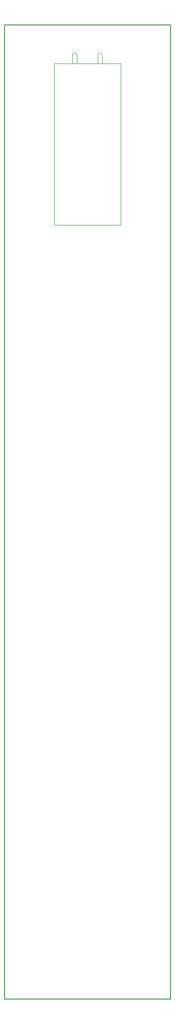
<source format=gbr>
%TF.GenerationSoftware,KiCad,Pcbnew,6.0.5-a6ca702e91~116~ubuntu20.04.1*%
%TF.CreationDate,2022-06-28T21:19:43+02:00*%
%TF.ProjectId,MCH-light,4d43482d-6c69-4676-9874-2e6b69636164,rev?*%
%TF.SameCoordinates,Original*%
%TF.FileFunction,Profile,NP*%
%FSLAX46Y46*%
G04 Gerber Fmt 4.6, Leading zero omitted, Abs format (unit mm)*
G04 Created by KiCad (PCBNEW 6.0.5-a6ca702e91~116~ubuntu20.04.1) date 2022-06-28 21:19:43*
%MOMM*%
%LPD*%
G01*
G04 APERTURE LIST*
%TA.AperFunction,Profile*%
%ADD10C,0.200000*%
%TD*%
%TA.AperFunction,Profile*%
%ADD11C,0.100000*%
%TD*%
G04 APERTURE END LIST*
D10*
X114336000Y-17395017D02*
X145336000Y-17395017D01*
X145336000Y-17395017D02*
X145336000Y-199295017D01*
X145336000Y-199295017D02*
X114336000Y-199295017D01*
X114336000Y-199295017D02*
X114336000Y-17395017D01*
D11*
X123600000Y-24600000D02*
X136100000Y-24600000D01*
X136100000Y-24600000D02*
X136100000Y-54800000D01*
X136100000Y-54800000D02*
X123600000Y-54800000D01*
X123600000Y-54800000D02*
X123600000Y-24600000D01*
%TO.C,J5*%
X126994000Y-24631017D02*
X126044000Y-24631017D01*
X131744000Y-23056017D02*
X131744000Y-24631017D01*
X131744000Y-24631017D02*
X127844000Y-24631017D01*
X133544000Y-24631017D02*
X132594000Y-24631017D01*
X127844000Y-23056017D02*
X127844000Y-24631017D01*
X132594000Y-23056017D02*
X132594000Y-24631017D01*
X126994000Y-23056017D02*
X126994000Y-24631017D01*
X127844000Y-23056017D02*
G75*
G03*
X126994000Y-23056017I-425000J0D01*
G01*
X132594000Y-23056017D02*
G75*
G03*
X131744000Y-23056017I-425000J0D01*
G01*
%TD*%
M02*

</source>
